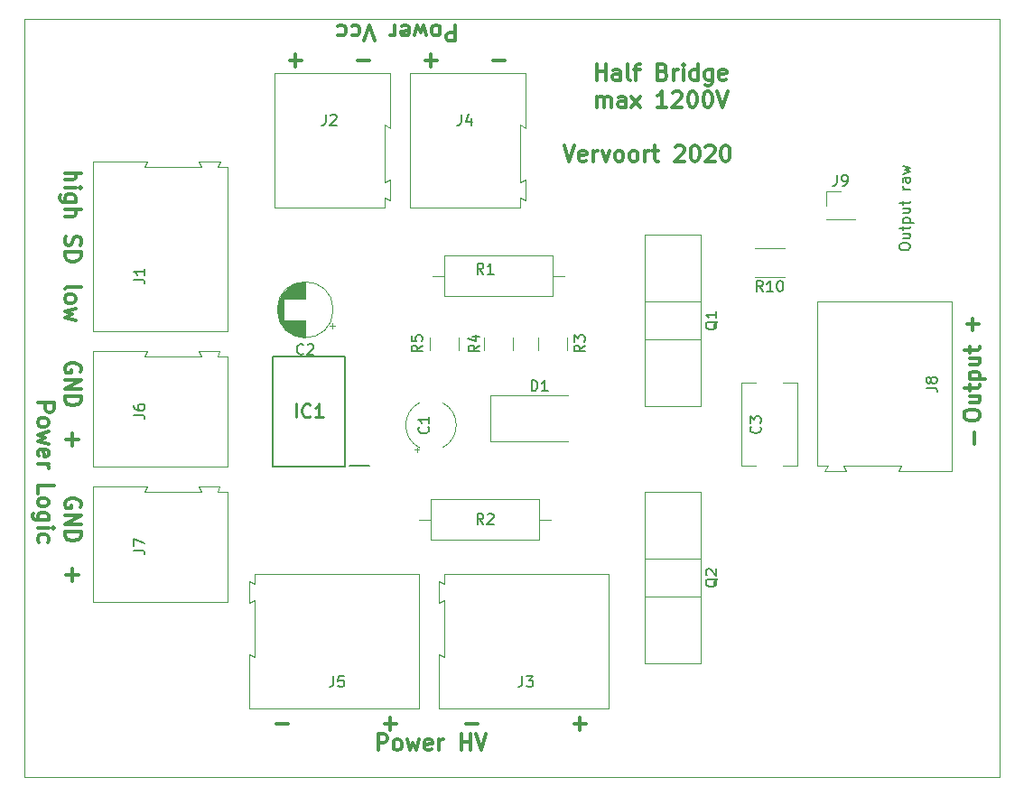
<source format=gbr>
G04 #@! TF.GenerationSoftware,KiCad,Pcbnew,(5.1.5)-3*
G04 #@! TF.CreationDate,2020-04-01T15:23:21+02:00*
G04 #@! TF.ProjectId,hbruecke,68627275-6563-46b6-952e-6b696361645f,rev?*
G04 #@! TF.SameCoordinates,Original*
G04 #@! TF.FileFunction,Legend,Top*
G04 #@! TF.FilePolarity,Positive*
%FSLAX46Y46*%
G04 Gerber Fmt 4.6, Leading zero omitted, Abs format (unit mm)*
G04 Created by KiCad (PCBNEW (5.1.5)-3) date 2020-04-01 15:23:21*
%MOMM*%
%LPD*%
G04 APERTURE LIST*
%ADD10C,0.300000*%
%ADD11C,0.050000*%
%ADD12C,0.150000*%
%ADD13C,0.120000*%
%ADD14C,0.200000*%
%ADD15C,0.254000*%
G04 APERTURE END LIST*
D10*
X117118571Y-83223571D02*
X117118571Y-81723571D01*
X117118571Y-82437857D02*
X117975714Y-82437857D01*
X117975714Y-83223571D02*
X117975714Y-81723571D01*
X119332857Y-83223571D02*
X119332857Y-82437857D01*
X119261428Y-82295000D01*
X119118571Y-82223571D01*
X118832857Y-82223571D01*
X118690000Y-82295000D01*
X119332857Y-83152142D02*
X119190000Y-83223571D01*
X118832857Y-83223571D01*
X118690000Y-83152142D01*
X118618571Y-83009285D01*
X118618571Y-82866428D01*
X118690000Y-82723571D01*
X118832857Y-82652142D01*
X119190000Y-82652142D01*
X119332857Y-82580714D01*
X120261428Y-83223571D02*
X120118571Y-83152142D01*
X120047142Y-83009285D01*
X120047142Y-81723571D01*
X120618571Y-82223571D02*
X121190000Y-82223571D01*
X120832857Y-83223571D02*
X120832857Y-81937857D01*
X120904285Y-81795000D01*
X121047142Y-81723571D01*
X121190000Y-81723571D01*
X123332857Y-82437857D02*
X123547142Y-82509285D01*
X123618571Y-82580714D01*
X123690000Y-82723571D01*
X123690000Y-82937857D01*
X123618571Y-83080714D01*
X123547142Y-83152142D01*
X123404285Y-83223571D01*
X122832857Y-83223571D01*
X122832857Y-81723571D01*
X123332857Y-81723571D01*
X123475714Y-81795000D01*
X123547142Y-81866428D01*
X123618571Y-82009285D01*
X123618571Y-82152142D01*
X123547142Y-82295000D01*
X123475714Y-82366428D01*
X123332857Y-82437857D01*
X122832857Y-82437857D01*
X124332857Y-83223571D02*
X124332857Y-82223571D01*
X124332857Y-82509285D02*
X124404285Y-82366428D01*
X124475714Y-82295000D01*
X124618571Y-82223571D01*
X124761428Y-82223571D01*
X125261428Y-83223571D02*
X125261428Y-82223571D01*
X125261428Y-81723571D02*
X125190000Y-81795000D01*
X125261428Y-81866428D01*
X125332857Y-81795000D01*
X125261428Y-81723571D01*
X125261428Y-81866428D01*
X126618571Y-83223571D02*
X126618571Y-81723571D01*
X126618571Y-83152142D02*
X126475714Y-83223571D01*
X126190000Y-83223571D01*
X126047142Y-83152142D01*
X125975714Y-83080714D01*
X125904285Y-82937857D01*
X125904285Y-82509285D01*
X125975714Y-82366428D01*
X126047142Y-82295000D01*
X126190000Y-82223571D01*
X126475714Y-82223571D01*
X126618571Y-82295000D01*
X127975714Y-82223571D02*
X127975714Y-83437857D01*
X127904285Y-83580714D01*
X127832857Y-83652142D01*
X127690000Y-83723571D01*
X127475714Y-83723571D01*
X127332857Y-83652142D01*
X127975714Y-83152142D02*
X127832857Y-83223571D01*
X127547142Y-83223571D01*
X127404285Y-83152142D01*
X127332857Y-83080714D01*
X127261428Y-82937857D01*
X127261428Y-82509285D01*
X127332857Y-82366428D01*
X127404285Y-82295000D01*
X127547142Y-82223571D01*
X127832857Y-82223571D01*
X127975714Y-82295000D01*
X129261428Y-83152142D02*
X129118571Y-83223571D01*
X128832857Y-83223571D01*
X128690000Y-83152142D01*
X128618571Y-83009285D01*
X128618571Y-82437857D01*
X128690000Y-82295000D01*
X128832857Y-82223571D01*
X129118571Y-82223571D01*
X129261428Y-82295000D01*
X129332857Y-82437857D01*
X129332857Y-82580714D01*
X128618571Y-82723571D01*
X117190000Y-85773571D02*
X117190000Y-84773571D01*
X117190000Y-84916428D02*
X117261428Y-84845000D01*
X117404285Y-84773571D01*
X117618571Y-84773571D01*
X117761428Y-84845000D01*
X117832857Y-84987857D01*
X117832857Y-85773571D01*
X117832857Y-84987857D02*
X117904285Y-84845000D01*
X118047142Y-84773571D01*
X118261428Y-84773571D01*
X118404285Y-84845000D01*
X118475714Y-84987857D01*
X118475714Y-85773571D01*
X119832857Y-85773571D02*
X119832857Y-84987857D01*
X119761428Y-84845000D01*
X119618571Y-84773571D01*
X119332857Y-84773571D01*
X119190000Y-84845000D01*
X119832857Y-85702142D02*
X119690000Y-85773571D01*
X119332857Y-85773571D01*
X119190000Y-85702142D01*
X119118571Y-85559285D01*
X119118571Y-85416428D01*
X119190000Y-85273571D01*
X119332857Y-85202142D01*
X119690000Y-85202142D01*
X119832857Y-85130714D01*
X120404285Y-85773571D02*
X121190000Y-84773571D01*
X120404285Y-84773571D02*
X121190000Y-85773571D01*
X123690000Y-85773571D02*
X122832857Y-85773571D01*
X123261428Y-85773571D02*
X123261428Y-84273571D01*
X123118571Y-84487857D01*
X122975714Y-84630714D01*
X122832857Y-84702142D01*
X124261428Y-84416428D02*
X124332857Y-84345000D01*
X124475714Y-84273571D01*
X124832857Y-84273571D01*
X124975714Y-84345000D01*
X125047142Y-84416428D01*
X125118571Y-84559285D01*
X125118571Y-84702142D01*
X125047142Y-84916428D01*
X124190000Y-85773571D01*
X125118571Y-85773571D01*
X126047142Y-84273571D02*
X126190000Y-84273571D01*
X126332857Y-84345000D01*
X126404285Y-84416428D01*
X126475714Y-84559285D01*
X126547142Y-84845000D01*
X126547142Y-85202142D01*
X126475714Y-85487857D01*
X126404285Y-85630714D01*
X126332857Y-85702142D01*
X126190000Y-85773571D01*
X126047142Y-85773571D01*
X125904285Y-85702142D01*
X125832857Y-85630714D01*
X125761428Y-85487857D01*
X125690000Y-85202142D01*
X125690000Y-84845000D01*
X125761428Y-84559285D01*
X125832857Y-84416428D01*
X125904285Y-84345000D01*
X126047142Y-84273571D01*
X127475714Y-84273571D02*
X127618571Y-84273571D01*
X127761428Y-84345000D01*
X127832857Y-84416428D01*
X127904285Y-84559285D01*
X127975714Y-84845000D01*
X127975714Y-85202142D01*
X127904285Y-85487857D01*
X127832857Y-85630714D01*
X127761428Y-85702142D01*
X127618571Y-85773571D01*
X127475714Y-85773571D01*
X127332857Y-85702142D01*
X127261428Y-85630714D01*
X127190000Y-85487857D01*
X127118571Y-85202142D01*
X127118571Y-84845000D01*
X127190000Y-84559285D01*
X127261428Y-84416428D01*
X127332857Y-84345000D01*
X127475714Y-84273571D01*
X128404285Y-84273571D02*
X128904285Y-85773571D01*
X129404285Y-84273571D01*
D11*
X154940000Y-77470000D02*
X63500000Y-77470000D01*
X154940000Y-148590000D02*
X154940000Y-77470000D01*
X63500000Y-148590000D02*
X154940000Y-148590000D01*
X63500000Y-77470000D02*
X63500000Y-148590000D01*
D10*
X114062857Y-89348571D02*
X114562857Y-90848571D01*
X115062857Y-89348571D01*
X116134285Y-90777142D02*
X115991428Y-90848571D01*
X115705714Y-90848571D01*
X115562857Y-90777142D01*
X115491428Y-90634285D01*
X115491428Y-90062857D01*
X115562857Y-89920000D01*
X115705714Y-89848571D01*
X115991428Y-89848571D01*
X116134285Y-89920000D01*
X116205714Y-90062857D01*
X116205714Y-90205714D01*
X115491428Y-90348571D01*
X116848571Y-90848571D02*
X116848571Y-89848571D01*
X116848571Y-90134285D02*
X116920000Y-89991428D01*
X116991428Y-89920000D01*
X117134285Y-89848571D01*
X117277142Y-89848571D01*
X117634285Y-89848571D02*
X117991428Y-90848571D01*
X118348571Y-89848571D01*
X119134285Y-90848571D02*
X118991428Y-90777142D01*
X118920000Y-90705714D01*
X118848571Y-90562857D01*
X118848571Y-90134285D01*
X118920000Y-89991428D01*
X118991428Y-89920000D01*
X119134285Y-89848571D01*
X119348571Y-89848571D01*
X119491428Y-89920000D01*
X119562857Y-89991428D01*
X119634285Y-90134285D01*
X119634285Y-90562857D01*
X119562857Y-90705714D01*
X119491428Y-90777142D01*
X119348571Y-90848571D01*
X119134285Y-90848571D01*
X120491428Y-90848571D02*
X120348571Y-90777142D01*
X120277142Y-90705714D01*
X120205714Y-90562857D01*
X120205714Y-90134285D01*
X120277142Y-89991428D01*
X120348571Y-89920000D01*
X120491428Y-89848571D01*
X120705714Y-89848571D01*
X120848571Y-89920000D01*
X120920000Y-89991428D01*
X120991428Y-90134285D01*
X120991428Y-90562857D01*
X120920000Y-90705714D01*
X120848571Y-90777142D01*
X120705714Y-90848571D01*
X120491428Y-90848571D01*
X121634285Y-90848571D02*
X121634285Y-89848571D01*
X121634285Y-90134285D02*
X121705714Y-89991428D01*
X121777142Y-89920000D01*
X121920000Y-89848571D01*
X122062857Y-89848571D01*
X122348571Y-89848571D02*
X122920000Y-89848571D01*
X122562857Y-89348571D02*
X122562857Y-90634285D01*
X122634285Y-90777142D01*
X122777142Y-90848571D01*
X122920000Y-90848571D01*
X124491428Y-89491428D02*
X124562857Y-89420000D01*
X124705714Y-89348571D01*
X125062857Y-89348571D01*
X125205714Y-89420000D01*
X125277142Y-89491428D01*
X125348571Y-89634285D01*
X125348571Y-89777142D01*
X125277142Y-89991428D01*
X124420000Y-90848571D01*
X125348571Y-90848571D01*
X126277142Y-89348571D02*
X126420000Y-89348571D01*
X126562857Y-89420000D01*
X126634285Y-89491428D01*
X126705714Y-89634285D01*
X126777142Y-89920000D01*
X126777142Y-90277142D01*
X126705714Y-90562857D01*
X126634285Y-90705714D01*
X126562857Y-90777142D01*
X126420000Y-90848571D01*
X126277142Y-90848571D01*
X126134285Y-90777142D01*
X126062857Y-90705714D01*
X125991428Y-90562857D01*
X125920000Y-90277142D01*
X125920000Y-89920000D01*
X125991428Y-89634285D01*
X126062857Y-89491428D01*
X126134285Y-89420000D01*
X126277142Y-89348571D01*
X127348571Y-89491428D02*
X127420000Y-89420000D01*
X127562857Y-89348571D01*
X127920000Y-89348571D01*
X128062857Y-89420000D01*
X128134285Y-89491428D01*
X128205714Y-89634285D01*
X128205714Y-89777142D01*
X128134285Y-89991428D01*
X127277142Y-90848571D01*
X128205714Y-90848571D01*
X129134285Y-89348571D02*
X129277142Y-89348571D01*
X129420000Y-89420000D01*
X129491428Y-89491428D01*
X129562857Y-89634285D01*
X129634285Y-89920000D01*
X129634285Y-90277142D01*
X129562857Y-90562857D01*
X129491428Y-90705714D01*
X129420000Y-90777142D01*
X129277142Y-90848571D01*
X129134285Y-90848571D01*
X128991428Y-90777142D01*
X128920000Y-90705714D01*
X128848571Y-90562857D01*
X128777142Y-90277142D01*
X128777142Y-89920000D01*
X128848571Y-89634285D01*
X128920000Y-89491428D01*
X128991428Y-89420000D01*
X129134285Y-89348571D01*
X94678571Y-81387142D02*
X95821428Y-81387142D01*
X107378571Y-81387142D02*
X108521428Y-81387142D01*
X101028571Y-81387142D02*
X102171428Y-81387142D01*
X101600000Y-81958571D02*
X101600000Y-80815714D01*
X88328571Y-81387142D02*
X89471428Y-81387142D01*
X88900000Y-81958571D02*
X88900000Y-80815714D01*
X103889285Y-78061428D02*
X103889285Y-79561428D01*
X103317857Y-79561428D01*
X103175000Y-79490000D01*
X103103571Y-79418571D01*
X103032142Y-79275714D01*
X103032142Y-79061428D01*
X103103571Y-78918571D01*
X103175000Y-78847142D01*
X103317857Y-78775714D01*
X103889285Y-78775714D01*
X102175000Y-78061428D02*
X102317857Y-78132857D01*
X102389285Y-78204285D01*
X102460714Y-78347142D01*
X102460714Y-78775714D01*
X102389285Y-78918571D01*
X102317857Y-78990000D01*
X102175000Y-79061428D01*
X101960714Y-79061428D01*
X101817857Y-78990000D01*
X101746428Y-78918571D01*
X101675000Y-78775714D01*
X101675000Y-78347142D01*
X101746428Y-78204285D01*
X101817857Y-78132857D01*
X101960714Y-78061428D01*
X102175000Y-78061428D01*
X101175000Y-79061428D02*
X100889285Y-78061428D01*
X100603571Y-78775714D01*
X100317857Y-78061428D01*
X100032142Y-79061428D01*
X98889285Y-78132857D02*
X99032142Y-78061428D01*
X99317857Y-78061428D01*
X99460714Y-78132857D01*
X99532142Y-78275714D01*
X99532142Y-78847142D01*
X99460714Y-78990000D01*
X99317857Y-79061428D01*
X99032142Y-79061428D01*
X98889285Y-78990000D01*
X98817857Y-78847142D01*
X98817857Y-78704285D01*
X99532142Y-78561428D01*
X98175000Y-78061428D02*
X98175000Y-79061428D01*
X98175000Y-78775714D02*
X98103571Y-78918571D01*
X98032142Y-78990000D01*
X97889285Y-79061428D01*
X97746428Y-79061428D01*
X96317857Y-79561428D02*
X95817857Y-78061428D01*
X95317857Y-79561428D01*
X94175000Y-78132857D02*
X94317857Y-78061428D01*
X94603571Y-78061428D01*
X94746428Y-78132857D01*
X94817857Y-78204285D01*
X94889285Y-78347142D01*
X94889285Y-78775714D01*
X94817857Y-78918571D01*
X94746428Y-78990000D01*
X94603571Y-79061428D01*
X94317857Y-79061428D01*
X94175000Y-78990000D01*
X92889285Y-78132857D02*
X93032142Y-78061428D01*
X93317857Y-78061428D01*
X93460714Y-78132857D01*
X93532142Y-78204285D01*
X93603571Y-78347142D01*
X93603571Y-78775714D01*
X93532142Y-78918571D01*
X93460714Y-78990000D01*
X93317857Y-79061428D01*
X93032142Y-79061428D01*
X92889285Y-78990000D01*
D12*
X145502380Y-98940476D02*
X145502380Y-98750000D01*
X145550000Y-98654761D01*
X145645238Y-98559523D01*
X145835714Y-98511904D01*
X146169047Y-98511904D01*
X146359523Y-98559523D01*
X146454761Y-98654761D01*
X146502380Y-98750000D01*
X146502380Y-98940476D01*
X146454761Y-99035714D01*
X146359523Y-99130952D01*
X146169047Y-99178571D01*
X145835714Y-99178571D01*
X145645238Y-99130952D01*
X145550000Y-99035714D01*
X145502380Y-98940476D01*
X145835714Y-97654761D02*
X146502380Y-97654761D01*
X145835714Y-98083333D02*
X146359523Y-98083333D01*
X146454761Y-98035714D01*
X146502380Y-97940476D01*
X146502380Y-97797619D01*
X146454761Y-97702380D01*
X146407142Y-97654761D01*
X145835714Y-97321428D02*
X145835714Y-96940476D01*
X145502380Y-97178571D02*
X146359523Y-97178571D01*
X146454761Y-97130952D01*
X146502380Y-97035714D01*
X146502380Y-96940476D01*
X145835714Y-96607142D02*
X146835714Y-96607142D01*
X145883333Y-96607142D02*
X145835714Y-96511904D01*
X145835714Y-96321428D01*
X145883333Y-96226190D01*
X145930952Y-96178571D01*
X146026190Y-96130952D01*
X146311904Y-96130952D01*
X146407142Y-96178571D01*
X146454761Y-96226190D01*
X146502380Y-96321428D01*
X146502380Y-96511904D01*
X146454761Y-96607142D01*
X145835714Y-95273809D02*
X146502380Y-95273809D01*
X145835714Y-95702380D02*
X146359523Y-95702380D01*
X146454761Y-95654761D01*
X146502380Y-95559523D01*
X146502380Y-95416666D01*
X146454761Y-95321428D01*
X146407142Y-95273809D01*
X145835714Y-94940476D02*
X145835714Y-94559523D01*
X145502380Y-94797619D02*
X146359523Y-94797619D01*
X146454761Y-94750000D01*
X146502380Y-94654761D01*
X146502380Y-94559523D01*
X146502380Y-93464285D02*
X145835714Y-93464285D01*
X146026190Y-93464285D02*
X145930952Y-93416666D01*
X145883333Y-93369047D01*
X145835714Y-93273809D01*
X145835714Y-93178571D01*
X146502380Y-92416666D02*
X145978571Y-92416666D01*
X145883333Y-92464285D01*
X145835714Y-92559523D01*
X145835714Y-92750000D01*
X145883333Y-92845238D01*
X146454761Y-92416666D02*
X146502380Y-92511904D01*
X146502380Y-92750000D01*
X146454761Y-92845238D01*
X146359523Y-92892857D01*
X146264285Y-92892857D01*
X146169047Y-92845238D01*
X146121428Y-92750000D01*
X146121428Y-92511904D01*
X146073809Y-92416666D01*
X145835714Y-92035714D02*
X146502380Y-91845238D01*
X146026190Y-91654761D01*
X146502380Y-91464285D01*
X145835714Y-91273809D01*
D10*
X152507142Y-117411428D02*
X152507142Y-116268571D01*
X151828571Y-106152142D02*
X152971428Y-106152142D01*
X152400000Y-106723571D02*
X152400000Y-105580714D01*
X151578571Y-114795714D02*
X151578571Y-114510000D01*
X151650000Y-114367142D01*
X151792857Y-114224285D01*
X152078571Y-114152857D01*
X152578571Y-114152857D01*
X152864285Y-114224285D01*
X153007142Y-114367142D01*
X153078571Y-114510000D01*
X153078571Y-114795714D01*
X153007142Y-114938571D01*
X152864285Y-115081428D01*
X152578571Y-115152857D01*
X152078571Y-115152857D01*
X151792857Y-115081428D01*
X151650000Y-114938571D01*
X151578571Y-114795714D01*
X152078571Y-112867142D02*
X153078571Y-112867142D01*
X152078571Y-113510000D02*
X152864285Y-113510000D01*
X153007142Y-113438571D01*
X153078571Y-113295714D01*
X153078571Y-113081428D01*
X153007142Y-112938571D01*
X152935714Y-112867142D01*
X152078571Y-112367142D02*
X152078571Y-111795714D01*
X151578571Y-112152857D02*
X152864285Y-112152857D01*
X153007142Y-112081428D01*
X153078571Y-111938571D01*
X153078571Y-111795714D01*
X152078571Y-111295714D02*
X153578571Y-111295714D01*
X152150000Y-111295714D02*
X152078571Y-111152857D01*
X152078571Y-110867142D01*
X152150000Y-110724285D01*
X152221428Y-110652857D01*
X152364285Y-110581428D01*
X152792857Y-110581428D01*
X152935714Y-110652857D01*
X153007142Y-110724285D01*
X153078571Y-110867142D01*
X153078571Y-111152857D01*
X153007142Y-111295714D01*
X152078571Y-109295714D02*
X153078571Y-109295714D01*
X152078571Y-109938571D02*
X152864285Y-109938571D01*
X153007142Y-109867142D01*
X153078571Y-109724285D01*
X153078571Y-109510000D01*
X153007142Y-109367142D01*
X152935714Y-109295714D01*
X152078571Y-108795714D02*
X152078571Y-108224285D01*
X151578571Y-108581428D02*
X152864285Y-108581428D01*
X153007142Y-108510000D01*
X153078571Y-108367142D01*
X153078571Y-108224285D01*
X104838571Y-143617142D02*
X105981428Y-143617142D01*
X87058571Y-143617142D02*
X88201428Y-143617142D01*
X114998571Y-143617142D02*
X116141428Y-143617142D01*
X115570000Y-144188571D02*
X115570000Y-143045714D01*
X97218571Y-143617142D02*
X98361428Y-143617142D01*
X97790000Y-144188571D02*
X97790000Y-143045714D01*
X96635714Y-146093571D02*
X96635714Y-144593571D01*
X97207142Y-144593571D01*
X97350000Y-144665000D01*
X97421428Y-144736428D01*
X97492857Y-144879285D01*
X97492857Y-145093571D01*
X97421428Y-145236428D01*
X97350000Y-145307857D01*
X97207142Y-145379285D01*
X96635714Y-145379285D01*
X98350000Y-146093571D02*
X98207142Y-146022142D01*
X98135714Y-145950714D01*
X98064285Y-145807857D01*
X98064285Y-145379285D01*
X98135714Y-145236428D01*
X98207142Y-145165000D01*
X98350000Y-145093571D01*
X98564285Y-145093571D01*
X98707142Y-145165000D01*
X98778571Y-145236428D01*
X98850000Y-145379285D01*
X98850000Y-145807857D01*
X98778571Y-145950714D01*
X98707142Y-146022142D01*
X98564285Y-146093571D01*
X98350000Y-146093571D01*
X99350000Y-145093571D02*
X99635714Y-146093571D01*
X99921428Y-145379285D01*
X100207142Y-146093571D01*
X100492857Y-145093571D01*
X101635714Y-146022142D02*
X101492857Y-146093571D01*
X101207142Y-146093571D01*
X101064285Y-146022142D01*
X100992857Y-145879285D01*
X100992857Y-145307857D01*
X101064285Y-145165000D01*
X101207142Y-145093571D01*
X101492857Y-145093571D01*
X101635714Y-145165000D01*
X101707142Y-145307857D01*
X101707142Y-145450714D01*
X100992857Y-145593571D01*
X102350000Y-146093571D02*
X102350000Y-145093571D01*
X102350000Y-145379285D02*
X102421428Y-145236428D01*
X102492857Y-145165000D01*
X102635714Y-145093571D01*
X102778571Y-145093571D01*
X104421428Y-146093571D02*
X104421428Y-144593571D01*
X104421428Y-145307857D02*
X105278571Y-145307857D01*
X105278571Y-146093571D02*
X105278571Y-144593571D01*
X105778571Y-144593571D02*
X106278571Y-146093571D01*
X106778571Y-144593571D01*
X67373571Y-129647142D02*
X68516428Y-129647142D01*
X67945000Y-130218571D02*
X67945000Y-129075714D01*
X68695000Y-123317142D02*
X68766428Y-123174285D01*
X68766428Y-122960000D01*
X68695000Y-122745714D01*
X68552142Y-122602857D01*
X68409285Y-122531428D01*
X68123571Y-122460000D01*
X67909285Y-122460000D01*
X67623571Y-122531428D01*
X67480714Y-122602857D01*
X67337857Y-122745714D01*
X67266428Y-122960000D01*
X67266428Y-123102857D01*
X67337857Y-123317142D01*
X67409285Y-123388571D01*
X67909285Y-123388571D01*
X67909285Y-123102857D01*
X67266428Y-124031428D02*
X68766428Y-124031428D01*
X67266428Y-124888571D01*
X68766428Y-124888571D01*
X67266428Y-125602857D02*
X68766428Y-125602857D01*
X68766428Y-125960000D01*
X68695000Y-126174285D01*
X68552142Y-126317142D01*
X68409285Y-126388571D01*
X68123571Y-126460000D01*
X67909285Y-126460000D01*
X67623571Y-126388571D01*
X67480714Y-126317142D01*
X67337857Y-126174285D01*
X67266428Y-125960000D01*
X67266428Y-125602857D01*
X64726428Y-113515000D02*
X66226428Y-113515000D01*
X66226428Y-114086428D01*
X66155000Y-114229285D01*
X66083571Y-114300714D01*
X65940714Y-114372142D01*
X65726428Y-114372142D01*
X65583571Y-114300714D01*
X65512142Y-114229285D01*
X65440714Y-114086428D01*
X65440714Y-113515000D01*
X64726428Y-115229285D02*
X64797857Y-115086428D01*
X64869285Y-115015000D01*
X65012142Y-114943571D01*
X65440714Y-114943571D01*
X65583571Y-115015000D01*
X65655000Y-115086428D01*
X65726428Y-115229285D01*
X65726428Y-115443571D01*
X65655000Y-115586428D01*
X65583571Y-115657857D01*
X65440714Y-115729285D01*
X65012142Y-115729285D01*
X64869285Y-115657857D01*
X64797857Y-115586428D01*
X64726428Y-115443571D01*
X64726428Y-115229285D01*
X65726428Y-116229285D02*
X64726428Y-116515000D01*
X65440714Y-116800714D01*
X64726428Y-117086428D01*
X65726428Y-117372142D01*
X64797857Y-118515000D02*
X64726428Y-118372142D01*
X64726428Y-118086428D01*
X64797857Y-117943571D01*
X64940714Y-117872142D01*
X65512142Y-117872142D01*
X65655000Y-117943571D01*
X65726428Y-118086428D01*
X65726428Y-118372142D01*
X65655000Y-118515000D01*
X65512142Y-118586428D01*
X65369285Y-118586428D01*
X65226428Y-117872142D01*
X64726428Y-119229285D02*
X65726428Y-119229285D01*
X65440714Y-119229285D02*
X65583571Y-119300714D01*
X65655000Y-119372142D01*
X65726428Y-119515000D01*
X65726428Y-119657857D01*
X64726428Y-122015000D02*
X64726428Y-121300714D01*
X66226428Y-121300714D01*
X64726428Y-122729285D02*
X64797857Y-122586428D01*
X64869285Y-122515000D01*
X65012142Y-122443571D01*
X65440714Y-122443571D01*
X65583571Y-122515000D01*
X65655000Y-122586428D01*
X65726428Y-122729285D01*
X65726428Y-122943571D01*
X65655000Y-123086428D01*
X65583571Y-123157857D01*
X65440714Y-123229285D01*
X65012142Y-123229285D01*
X64869285Y-123157857D01*
X64797857Y-123086428D01*
X64726428Y-122943571D01*
X64726428Y-122729285D01*
X65726428Y-124515000D02*
X64512142Y-124515000D01*
X64369285Y-124443571D01*
X64297857Y-124372142D01*
X64226428Y-124229285D01*
X64226428Y-124015000D01*
X64297857Y-123872142D01*
X64797857Y-124515000D02*
X64726428Y-124372142D01*
X64726428Y-124086428D01*
X64797857Y-123943571D01*
X64869285Y-123872142D01*
X65012142Y-123800714D01*
X65440714Y-123800714D01*
X65583571Y-123872142D01*
X65655000Y-123943571D01*
X65726428Y-124086428D01*
X65726428Y-124372142D01*
X65655000Y-124515000D01*
X64726428Y-125229285D02*
X65726428Y-125229285D01*
X66226428Y-125229285D02*
X66155000Y-125157857D01*
X66083571Y-125229285D01*
X66155000Y-125300714D01*
X66226428Y-125229285D01*
X66083571Y-125229285D01*
X64797857Y-126586428D02*
X64726428Y-126443571D01*
X64726428Y-126157857D01*
X64797857Y-126015000D01*
X64869285Y-125943571D01*
X65012142Y-125872142D01*
X65440714Y-125872142D01*
X65583571Y-125943571D01*
X65655000Y-126015000D01*
X65726428Y-126157857D01*
X65726428Y-126443571D01*
X65655000Y-126586428D01*
X67373571Y-116947142D02*
X68516428Y-116947142D01*
X67945000Y-117518571D02*
X67945000Y-116375714D01*
X68695000Y-110617142D02*
X68766428Y-110474285D01*
X68766428Y-110260000D01*
X68695000Y-110045714D01*
X68552142Y-109902857D01*
X68409285Y-109831428D01*
X68123571Y-109760000D01*
X67909285Y-109760000D01*
X67623571Y-109831428D01*
X67480714Y-109902857D01*
X67337857Y-110045714D01*
X67266428Y-110260000D01*
X67266428Y-110402857D01*
X67337857Y-110617142D01*
X67409285Y-110688571D01*
X67909285Y-110688571D01*
X67909285Y-110402857D01*
X67266428Y-111331428D02*
X68766428Y-111331428D01*
X67266428Y-112188571D01*
X68766428Y-112188571D01*
X67266428Y-112902857D02*
X68766428Y-112902857D01*
X68766428Y-113260000D01*
X68695000Y-113474285D01*
X68552142Y-113617142D01*
X68409285Y-113688571D01*
X68123571Y-113760000D01*
X67909285Y-113760000D01*
X67623571Y-113688571D01*
X67480714Y-113617142D01*
X67337857Y-113474285D01*
X67266428Y-113260000D01*
X67266428Y-112902857D01*
X67266428Y-102854285D02*
X67337857Y-102711428D01*
X67480714Y-102640000D01*
X68766428Y-102640000D01*
X67266428Y-103640000D02*
X67337857Y-103497142D01*
X67409285Y-103425714D01*
X67552142Y-103354285D01*
X67980714Y-103354285D01*
X68123571Y-103425714D01*
X68195000Y-103497142D01*
X68266428Y-103640000D01*
X68266428Y-103854285D01*
X68195000Y-103997142D01*
X68123571Y-104068571D01*
X67980714Y-104140000D01*
X67552142Y-104140000D01*
X67409285Y-104068571D01*
X67337857Y-103997142D01*
X67266428Y-103854285D01*
X67266428Y-103640000D01*
X68266428Y-104640000D02*
X67266428Y-104925714D01*
X67980714Y-105211428D01*
X67266428Y-105497142D01*
X68266428Y-105782857D01*
X67337857Y-97881428D02*
X67266428Y-98095714D01*
X67266428Y-98452857D01*
X67337857Y-98595714D01*
X67409285Y-98667142D01*
X67552142Y-98738571D01*
X67695000Y-98738571D01*
X67837857Y-98667142D01*
X67909285Y-98595714D01*
X67980714Y-98452857D01*
X68052142Y-98167142D01*
X68123571Y-98024285D01*
X68195000Y-97952857D01*
X68337857Y-97881428D01*
X68480714Y-97881428D01*
X68623571Y-97952857D01*
X68695000Y-98024285D01*
X68766428Y-98167142D01*
X68766428Y-98524285D01*
X68695000Y-98738571D01*
X67266428Y-99381428D02*
X68766428Y-99381428D01*
X68766428Y-99738571D01*
X68695000Y-99952857D01*
X68552142Y-100095714D01*
X68409285Y-100167142D01*
X68123571Y-100238571D01*
X67909285Y-100238571D01*
X67623571Y-100167142D01*
X67480714Y-100095714D01*
X67337857Y-99952857D01*
X67266428Y-99738571D01*
X67266428Y-99381428D01*
X67266428Y-91944285D02*
X68766428Y-91944285D01*
X67266428Y-92587142D02*
X68052142Y-92587142D01*
X68195000Y-92515714D01*
X68266428Y-92372857D01*
X68266428Y-92158571D01*
X68195000Y-92015714D01*
X68123571Y-91944285D01*
X67266428Y-93301428D02*
X68266428Y-93301428D01*
X68766428Y-93301428D02*
X68695000Y-93230000D01*
X68623571Y-93301428D01*
X68695000Y-93372857D01*
X68766428Y-93301428D01*
X68623571Y-93301428D01*
X68266428Y-94658571D02*
X67052142Y-94658571D01*
X66909285Y-94587142D01*
X66837857Y-94515714D01*
X66766428Y-94372857D01*
X66766428Y-94158571D01*
X66837857Y-94015714D01*
X67337857Y-94658571D02*
X67266428Y-94515714D01*
X67266428Y-94230000D01*
X67337857Y-94087142D01*
X67409285Y-94015714D01*
X67552142Y-93944285D01*
X67980714Y-93944285D01*
X68123571Y-94015714D01*
X68195000Y-94087142D01*
X68266428Y-94230000D01*
X68266428Y-94515714D01*
X68195000Y-94658571D01*
X67266428Y-95372857D02*
X68766428Y-95372857D01*
X67266428Y-96015714D02*
X68052142Y-96015714D01*
X68195000Y-95944285D01*
X68266428Y-95801428D01*
X68266428Y-95587142D01*
X68195000Y-95444285D01*
X68123571Y-95372857D01*
D13*
X92359775Y-106500000D02*
X92359775Y-106000000D01*
X92609775Y-106250000D02*
X92109775Y-106250000D01*
X87204000Y-105059000D02*
X87204000Y-104491000D01*
X87244000Y-105293000D02*
X87244000Y-104257000D01*
X87284000Y-105452000D02*
X87284000Y-104098000D01*
X87324000Y-105580000D02*
X87324000Y-103970000D01*
X87364000Y-105690000D02*
X87364000Y-103860000D01*
X87404000Y-105786000D02*
X87404000Y-103764000D01*
X87444000Y-105873000D02*
X87444000Y-103677000D01*
X87484000Y-105953000D02*
X87484000Y-103597000D01*
X87524000Y-106026000D02*
X87524000Y-103524000D01*
X87564000Y-106094000D02*
X87564000Y-103456000D01*
X87604000Y-106158000D02*
X87604000Y-103392000D01*
X87644000Y-106218000D02*
X87644000Y-103332000D01*
X87684000Y-106275000D02*
X87684000Y-103275000D01*
X87724000Y-106329000D02*
X87724000Y-103221000D01*
X87764000Y-106380000D02*
X87764000Y-103170000D01*
X87804000Y-103735000D02*
X87804000Y-103122000D01*
X87804000Y-106428000D02*
X87804000Y-105815000D01*
X87844000Y-103735000D02*
X87844000Y-103076000D01*
X87844000Y-106474000D02*
X87844000Y-105815000D01*
X87884000Y-103735000D02*
X87884000Y-103032000D01*
X87884000Y-106518000D02*
X87884000Y-105815000D01*
X87924000Y-103735000D02*
X87924000Y-102990000D01*
X87924000Y-106560000D02*
X87924000Y-105815000D01*
X87964000Y-103735000D02*
X87964000Y-102949000D01*
X87964000Y-106601000D02*
X87964000Y-105815000D01*
X88004000Y-103735000D02*
X88004000Y-102911000D01*
X88004000Y-106639000D02*
X88004000Y-105815000D01*
X88044000Y-103735000D02*
X88044000Y-102874000D01*
X88044000Y-106676000D02*
X88044000Y-105815000D01*
X88084000Y-103735000D02*
X88084000Y-102838000D01*
X88084000Y-106712000D02*
X88084000Y-105815000D01*
X88124000Y-103735000D02*
X88124000Y-102804000D01*
X88124000Y-106746000D02*
X88124000Y-105815000D01*
X88164000Y-103735000D02*
X88164000Y-102771000D01*
X88164000Y-106779000D02*
X88164000Y-105815000D01*
X88204000Y-103735000D02*
X88204000Y-102740000D01*
X88204000Y-106810000D02*
X88204000Y-105815000D01*
X88244000Y-103735000D02*
X88244000Y-102710000D01*
X88244000Y-106840000D02*
X88244000Y-105815000D01*
X88284000Y-103735000D02*
X88284000Y-102680000D01*
X88284000Y-106870000D02*
X88284000Y-105815000D01*
X88324000Y-103735000D02*
X88324000Y-102653000D01*
X88324000Y-106897000D02*
X88324000Y-105815000D01*
X88364000Y-103735000D02*
X88364000Y-102626000D01*
X88364000Y-106924000D02*
X88364000Y-105815000D01*
X88404000Y-103735000D02*
X88404000Y-102600000D01*
X88404000Y-106950000D02*
X88404000Y-105815000D01*
X88444000Y-103735000D02*
X88444000Y-102575000D01*
X88444000Y-106975000D02*
X88444000Y-105815000D01*
X88484000Y-103735000D02*
X88484000Y-102551000D01*
X88484000Y-106999000D02*
X88484000Y-105815000D01*
X88524000Y-103735000D02*
X88524000Y-102528000D01*
X88524000Y-107022000D02*
X88524000Y-105815000D01*
X88564000Y-103735000D02*
X88564000Y-102507000D01*
X88564000Y-107043000D02*
X88564000Y-105815000D01*
X88604000Y-103735000D02*
X88604000Y-102485000D01*
X88604000Y-107065000D02*
X88604000Y-105815000D01*
X88644000Y-103735000D02*
X88644000Y-102465000D01*
X88644000Y-107085000D02*
X88644000Y-105815000D01*
X88684000Y-103735000D02*
X88684000Y-102446000D01*
X88684000Y-107104000D02*
X88684000Y-105815000D01*
X88724000Y-103735000D02*
X88724000Y-102427000D01*
X88724000Y-107123000D02*
X88724000Y-105815000D01*
X88764000Y-103735000D02*
X88764000Y-102410000D01*
X88764000Y-107140000D02*
X88764000Y-105815000D01*
X88804000Y-103735000D02*
X88804000Y-102393000D01*
X88804000Y-107157000D02*
X88804000Y-105815000D01*
X88844000Y-103735000D02*
X88844000Y-102377000D01*
X88844000Y-107173000D02*
X88844000Y-105815000D01*
X88884000Y-103735000D02*
X88884000Y-102361000D01*
X88884000Y-107189000D02*
X88884000Y-105815000D01*
X88924000Y-103735000D02*
X88924000Y-102347000D01*
X88924000Y-107203000D02*
X88924000Y-105815000D01*
X88964000Y-103735000D02*
X88964000Y-102333000D01*
X88964000Y-107217000D02*
X88964000Y-105815000D01*
X89004000Y-103735000D02*
X89004000Y-102320000D01*
X89004000Y-107230000D02*
X89004000Y-105815000D01*
X89044000Y-103735000D02*
X89044000Y-102307000D01*
X89044000Y-107243000D02*
X89044000Y-105815000D01*
X89084000Y-103735000D02*
X89084000Y-102295000D01*
X89084000Y-107255000D02*
X89084000Y-105815000D01*
X89125000Y-103735000D02*
X89125000Y-102284000D01*
X89125000Y-107266000D02*
X89125000Y-105815000D01*
X89165000Y-103735000D02*
X89165000Y-102274000D01*
X89165000Y-107276000D02*
X89165000Y-105815000D01*
X89205000Y-103735000D02*
X89205000Y-102264000D01*
X89205000Y-107286000D02*
X89205000Y-105815000D01*
X89245000Y-103735000D02*
X89245000Y-102255000D01*
X89245000Y-107295000D02*
X89245000Y-105815000D01*
X89285000Y-103735000D02*
X89285000Y-102247000D01*
X89285000Y-107303000D02*
X89285000Y-105815000D01*
X89325000Y-103735000D02*
X89325000Y-102239000D01*
X89325000Y-107311000D02*
X89325000Y-105815000D01*
X89365000Y-103735000D02*
X89365000Y-102232000D01*
X89365000Y-107318000D02*
X89365000Y-105815000D01*
X89405000Y-103735000D02*
X89405000Y-102225000D01*
X89405000Y-107325000D02*
X89405000Y-105815000D01*
X89445000Y-103735000D02*
X89445000Y-102219000D01*
X89445000Y-107331000D02*
X89445000Y-105815000D01*
X89485000Y-103735000D02*
X89485000Y-102214000D01*
X89485000Y-107336000D02*
X89485000Y-105815000D01*
X89525000Y-103735000D02*
X89525000Y-102210000D01*
X89525000Y-107340000D02*
X89525000Y-105815000D01*
X89565000Y-103735000D02*
X89565000Y-102206000D01*
X89565000Y-107344000D02*
X89565000Y-105815000D01*
X89605000Y-103735000D02*
X89605000Y-102202000D01*
X89605000Y-107348000D02*
X89605000Y-105815000D01*
X89645000Y-103735000D02*
X89645000Y-102199000D01*
X89645000Y-107351000D02*
X89645000Y-105815000D01*
X89685000Y-103735000D02*
X89685000Y-102197000D01*
X89685000Y-107353000D02*
X89685000Y-105815000D01*
X89725000Y-103735000D02*
X89725000Y-102196000D01*
X89725000Y-107354000D02*
X89725000Y-105815000D01*
X89765000Y-107355000D02*
X89765000Y-105815000D01*
X89765000Y-103735000D02*
X89765000Y-102195000D01*
X89805000Y-107355000D02*
X89805000Y-105815000D01*
X89805000Y-103735000D02*
X89805000Y-102195000D01*
X92425000Y-104775000D02*
G75*
G03X92425000Y-104775000I-2620000J0D01*
G01*
X126911000Y-131715000D02*
X121640000Y-131715000D01*
X126911000Y-128106000D02*
X121640000Y-128106000D01*
X126911000Y-137980000D02*
X121640000Y-137980000D01*
X126911000Y-121840000D02*
X121640000Y-121840000D01*
X121640000Y-121840000D02*
X121640000Y-137980000D01*
X126911000Y-121840000D02*
X126911000Y-137980000D01*
X126911000Y-107585000D02*
X121640000Y-107585000D01*
X126911000Y-103976000D02*
X121640000Y-103976000D01*
X126911000Y-113850000D02*
X121640000Y-113850000D01*
X126911000Y-97710000D02*
X121640000Y-97710000D01*
X121640000Y-97710000D02*
X121640000Y-113850000D01*
X126911000Y-97710000D02*
X126911000Y-113850000D01*
D14*
X95795000Y-119445000D02*
X93920000Y-119445000D01*
X93570000Y-109150000D02*
X93570000Y-119450000D01*
X86770000Y-109150000D02*
X93570000Y-109150000D01*
X86770000Y-119450000D02*
X86770000Y-109150000D01*
X93570000Y-119450000D02*
X86770000Y-119450000D01*
D13*
X138670000Y-93670000D02*
X140000000Y-93670000D01*
X138670000Y-95000000D02*
X138670000Y-93670000D01*
X138670000Y-96270000D02*
X141330000Y-96270000D01*
X141330000Y-96270000D02*
X141330000Y-96330000D01*
X138670000Y-96270000D02*
X138670000Y-96330000D01*
X138670000Y-96330000D02*
X141330000Y-96330000D01*
X150445000Y-119930000D02*
X150445000Y-104030000D01*
X145395000Y-119930000D02*
X150445000Y-119930000D01*
X145645000Y-119430000D02*
X145395000Y-119930000D01*
X140245000Y-119430000D02*
X145645000Y-119430000D01*
X140495000Y-119930000D02*
X140245000Y-119430000D01*
X138495000Y-119930000D02*
X140495000Y-119930000D01*
X138795000Y-119430000D02*
X138495000Y-119930000D01*
X137845000Y-119430000D02*
X138795000Y-119430000D01*
X137845000Y-104030000D02*
X137845000Y-119430000D01*
X150445000Y-104030000D02*
X137845000Y-104030000D01*
X69900000Y-121340000D02*
X69900000Y-132190000D01*
X75000000Y-121340000D02*
X69900000Y-121340000D01*
X74700000Y-121840000D02*
X75000000Y-121340000D01*
X80100000Y-121840000D02*
X74700000Y-121840000D01*
X79850000Y-121340000D02*
X80100000Y-121840000D01*
X79900000Y-121340000D02*
X79850000Y-121340000D01*
X81800000Y-121340000D02*
X79900000Y-121340000D01*
X81550000Y-121840000D02*
X81800000Y-121340000D01*
X82500000Y-121840000D02*
X81550000Y-121840000D01*
X82500000Y-132190000D02*
X82500000Y-121840000D01*
X69900000Y-132190000D02*
X82500000Y-132190000D01*
X69900000Y-108640000D02*
X69900000Y-119490000D01*
X75000000Y-108640000D02*
X69900000Y-108640000D01*
X74700000Y-109140000D02*
X75000000Y-108640000D01*
X80100000Y-109140000D02*
X74700000Y-109140000D01*
X79850000Y-108640000D02*
X80100000Y-109140000D01*
X79900000Y-108640000D02*
X79850000Y-108640000D01*
X81800000Y-108640000D02*
X79900000Y-108640000D01*
X81550000Y-109140000D02*
X81800000Y-108640000D01*
X82500000Y-109140000D02*
X81550000Y-109140000D01*
X82500000Y-119490000D02*
X82500000Y-109140000D01*
X69900000Y-119490000D02*
X82500000Y-119490000D01*
X84540000Y-142190000D02*
X100440000Y-142190000D01*
X84540000Y-137140000D02*
X84540000Y-142190000D01*
X85040000Y-137390000D02*
X84540000Y-137140000D01*
X85040000Y-131990000D02*
X85040000Y-137390000D01*
X84540000Y-132240000D02*
X85040000Y-131990000D01*
X84540000Y-130240000D02*
X84540000Y-132240000D01*
X85040000Y-130540000D02*
X84540000Y-130240000D01*
X85040000Y-129590000D02*
X85040000Y-130540000D01*
X100440000Y-129590000D02*
X85040000Y-129590000D01*
X100440000Y-142190000D02*
X100440000Y-129590000D01*
X110435000Y-82600000D02*
X99585000Y-82600000D01*
X110435000Y-87700000D02*
X110435000Y-82600000D01*
X109935000Y-87400000D02*
X110435000Y-87700000D01*
X109935000Y-92800000D02*
X109935000Y-87400000D01*
X110435000Y-92550000D02*
X109935000Y-92800000D01*
X110435000Y-92600000D02*
X110435000Y-92550000D01*
X110435000Y-94500000D02*
X110435000Y-92600000D01*
X109935000Y-94250000D02*
X110435000Y-94500000D01*
X109935000Y-95200000D02*
X109935000Y-94250000D01*
X99585000Y-95200000D02*
X109935000Y-95200000D01*
X99585000Y-82600000D02*
X99585000Y-95200000D01*
X102320000Y-142190000D02*
X118220000Y-142190000D01*
X102320000Y-137140000D02*
X102320000Y-142190000D01*
X102820000Y-137390000D02*
X102320000Y-137140000D01*
X102820000Y-131990000D02*
X102820000Y-137390000D01*
X102320000Y-132240000D02*
X102820000Y-131990000D01*
X102320000Y-130240000D02*
X102320000Y-132240000D01*
X102820000Y-130540000D02*
X102320000Y-130240000D01*
X102820000Y-129590000D02*
X102820000Y-130540000D01*
X118220000Y-129590000D02*
X102820000Y-129590000D01*
X118220000Y-142190000D02*
X118220000Y-129590000D01*
X97735000Y-82600000D02*
X86885000Y-82600000D01*
X97735000Y-87700000D02*
X97735000Y-82600000D01*
X97235000Y-87400000D02*
X97735000Y-87700000D01*
X97235000Y-92800000D02*
X97235000Y-87400000D01*
X97735000Y-92550000D02*
X97235000Y-92800000D01*
X97735000Y-92600000D02*
X97735000Y-92550000D01*
X97735000Y-94500000D02*
X97735000Y-92600000D01*
X97235000Y-94250000D02*
X97735000Y-94500000D01*
X97235000Y-95200000D02*
X97235000Y-94250000D01*
X86885000Y-95200000D02*
X97235000Y-95200000D01*
X86885000Y-82600000D02*
X86885000Y-95200000D01*
X69900000Y-90890000D02*
X69900000Y-106790000D01*
X74950000Y-90890000D02*
X69900000Y-90890000D01*
X74700000Y-91390000D02*
X74950000Y-90890000D01*
X80100000Y-91390000D02*
X74700000Y-91390000D01*
X79850000Y-90890000D02*
X80100000Y-91390000D01*
X81850000Y-90890000D02*
X79850000Y-90890000D01*
X81550000Y-91390000D02*
X81850000Y-90890000D01*
X82500000Y-91390000D02*
X81550000Y-91390000D01*
X82500000Y-106790000D02*
X82500000Y-91390000D01*
X69900000Y-106790000D02*
X82500000Y-106790000D01*
X101510000Y-107347936D02*
X101510000Y-108552064D01*
X104230000Y-107347936D02*
X104230000Y-108552064D01*
X109310000Y-108552064D02*
X109310000Y-107347936D01*
X106590000Y-108552064D02*
X106590000Y-107347936D01*
X111670000Y-107347936D02*
X111670000Y-108552064D01*
X114390000Y-107347936D02*
X114390000Y-108552064D01*
X134752064Y-98970000D02*
X131947936Y-98970000D01*
X134752064Y-101690000D02*
X131947936Y-101690000D01*
X132094000Y-119380000D02*
X130730000Y-119380000D01*
X135970000Y-119380000D02*
X134606000Y-119380000D01*
X132094000Y-111640000D02*
X130730000Y-111640000D01*
X135970000Y-111640000D02*
X134606000Y-111640000D01*
X130730000Y-111640000D02*
X130730000Y-119380000D01*
X135970000Y-111640000D02*
X135970000Y-119380000D01*
X100500000Y-124460000D02*
X101610000Y-124460000D01*
X112860000Y-124460000D02*
X111750000Y-124460000D01*
X101610000Y-126380000D02*
X111750000Y-126380000D01*
X101610000Y-122540000D02*
X101610000Y-126380000D01*
X111750000Y-122540000D02*
X101610000Y-122540000D01*
X111750000Y-126380000D02*
X111750000Y-122540000D01*
X101770000Y-101600000D02*
X102880000Y-101600000D01*
X114130000Y-101600000D02*
X113020000Y-101600000D01*
X102880000Y-103520000D02*
X113020000Y-103520000D01*
X102880000Y-99680000D02*
X102880000Y-103520000D01*
X113020000Y-99680000D02*
X102880000Y-99680000D01*
X113020000Y-103520000D02*
X113020000Y-99680000D01*
X107160000Y-112785000D02*
X114460000Y-112785000D01*
X107160000Y-117085000D02*
X114460000Y-117085000D01*
X107160000Y-112785000D02*
X107160000Y-117085000D01*
X100040000Y-117922288D02*
X100490000Y-117922288D01*
X100265000Y-118147288D02*
X100265000Y-117697288D01*
X102660000Y-113490260D02*
G75*
G02X102660000Y-117729741I-1060000J-2119740D01*
G01*
X100540000Y-113490260D02*
G75*
G03X100540000Y-117729741I1060000J-2119740D01*
G01*
D12*
X89638333Y-108882142D02*
X89590714Y-108929761D01*
X89447857Y-108977380D01*
X89352619Y-108977380D01*
X89209761Y-108929761D01*
X89114523Y-108834523D01*
X89066904Y-108739285D01*
X89019285Y-108548809D01*
X89019285Y-108405952D01*
X89066904Y-108215476D01*
X89114523Y-108120238D01*
X89209761Y-108025000D01*
X89352619Y-107977380D01*
X89447857Y-107977380D01*
X89590714Y-108025000D01*
X89638333Y-108072619D01*
X90019285Y-108072619D02*
X90066904Y-108025000D01*
X90162142Y-107977380D01*
X90400238Y-107977380D01*
X90495476Y-108025000D01*
X90543095Y-108072619D01*
X90590714Y-108167857D01*
X90590714Y-108263095D01*
X90543095Y-108405952D01*
X89971666Y-108977380D01*
X90590714Y-108977380D01*
X128457619Y-130005238D02*
X128410000Y-130100476D01*
X128314761Y-130195714D01*
X128171904Y-130338571D01*
X128124285Y-130433809D01*
X128124285Y-130529047D01*
X128362380Y-130481428D02*
X128314761Y-130576666D01*
X128219523Y-130671904D01*
X128029047Y-130719523D01*
X127695714Y-130719523D01*
X127505238Y-130671904D01*
X127410000Y-130576666D01*
X127362380Y-130481428D01*
X127362380Y-130290952D01*
X127410000Y-130195714D01*
X127505238Y-130100476D01*
X127695714Y-130052857D01*
X128029047Y-130052857D01*
X128219523Y-130100476D01*
X128314761Y-130195714D01*
X128362380Y-130290952D01*
X128362380Y-130481428D01*
X127457619Y-129671904D02*
X127410000Y-129624285D01*
X127362380Y-129529047D01*
X127362380Y-129290952D01*
X127410000Y-129195714D01*
X127457619Y-129148095D01*
X127552857Y-129100476D01*
X127648095Y-129100476D01*
X127790952Y-129148095D01*
X128362380Y-129719523D01*
X128362380Y-129100476D01*
X128457619Y-105875238D02*
X128410000Y-105970476D01*
X128314761Y-106065714D01*
X128171904Y-106208571D01*
X128124285Y-106303809D01*
X128124285Y-106399047D01*
X128362380Y-106351428D02*
X128314761Y-106446666D01*
X128219523Y-106541904D01*
X128029047Y-106589523D01*
X127695714Y-106589523D01*
X127505238Y-106541904D01*
X127410000Y-106446666D01*
X127362380Y-106351428D01*
X127362380Y-106160952D01*
X127410000Y-106065714D01*
X127505238Y-105970476D01*
X127695714Y-105922857D01*
X128029047Y-105922857D01*
X128219523Y-105970476D01*
X128314761Y-106065714D01*
X128362380Y-106160952D01*
X128362380Y-106351428D01*
X128362380Y-104970476D02*
X128362380Y-105541904D01*
X128362380Y-105256190D02*
X127362380Y-105256190D01*
X127505238Y-105351428D01*
X127600476Y-105446666D01*
X127648095Y-105541904D01*
D15*
X88930238Y-114874523D02*
X88930238Y-113604523D01*
X90260714Y-114753571D02*
X90200238Y-114814047D01*
X90018809Y-114874523D01*
X89897857Y-114874523D01*
X89716428Y-114814047D01*
X89595476Y-114693095D01*
X89535000Y-114572142D01*
X89474523Y-114330238D01*
X89474523Y-114148809D01*
X89535000Y-113906904D01*
X89595476Y-113785952D01*
X89716428Y-113665000D01*
X89897857Y-113604523D01*
X90018809Y-113604523D01*
X90200238Y-113665000D01*
X90260714Y-113725476D01*
X91470238Y-114874523D02*
X90744523Y-114874523D01*
X91107380Y-114874523D02*
X91107380Y-113604523D01*
X90986428Y-113785952D01*
X90865476Y-113906904D01*
X90744523Y-113967380D01*
D12*
X139666666Y-92122380D02*
X139666666Y-92836666D01*
X139619047Y-92979523D01*
X139523809Y-93074761D01*
X139380952Y-93122380D01*
X139285714Y-93122380D01*
X140190476Y-93122380D02*
X140380952Y-93122380D01*
X140476190Y-93074761D01*
X140523809Y-93027142D01*
X140619047Y-92884285D01*
X140666666Y-92693809D01*
X140666666Y-92312857D01*
X140619047Y-92217619D01*
X140571428Y-92170000D01*
X140476190Y-92122380D01*
X140285714Y-92122380D01*
X140190476Y-92170000D01*
X140142857Y-92217619D01*
X140095238Y-92312857D01*
X140095238Y-92550952D01*
X140142857Y-92646190D01*
X140190476Y-92693809D01*
X140285714Y-92741428D01*
X140476190Y-92741428D01*
X140571428Y-92693809D01*
X140619047Y-92646190D01*
X140666666Y-92550952D01*
X148042380Y-112093333D02*
X148756666Y-112093333D01*
X148899523Y-112140952D01*
X148994761Y-112236190D01*
X149042380Y-112379047D01*
X149042380Y-112474285D01*
X148470952Y-111474285D02*
X148423333Y-111569523D01*
X148375714Y-111617142D01*
X148280476Y-111664761D01*
X148232857Y-111664761D01*
X148137619Y-111617142D01*
X148090000Y-111569523D01*
X148042380Y-111474285D01*
X148042380Y-111283809D01*
X148090000Y-111188571D01*
X148137619Y-111140952D01*
X148232857Y-111093333D01*
X148280476Y-111093333D01*
X148375714Y-111140952D01*
X148423333Y-111188571D01*
X148470952Y-111283809D01*
X148470952Y-111474285D01*
X148518571Y-111569523D01*
X148566190Y-111617142D01*
X148661428Y-111664761D01*
X148851904Y-111664761D01*
X148947142Y-111617142D01*
X148994761Y-111569523D01*
X149042380Y-111474285D01*
X149042380Y-111283809D01*
X148994761Y-111188571D01*
X148947142Y-111140952D01*
X148851904Y-111093333D01*
X148661428Y-111093333D01*
X148566190Y-111140952D01*
X148518571Y-111188571D01*
X148470952Y-111283809D01*
X73747380Y-127333333D02*
X74461666Y-127333333D01*
X74604523Y-127380952D01*
X74699761Y-127476190D01*
X74747380Y-127619047D01*
X74747380Y-127714285D01*
X73747380Y-126952380D02*
X73747380Y-126285714D01*
X74747380Y-126714285D01*
X73747380Y-114633333D02*
X74461666Y-114633333D01*
X74604523Y-114680952D01*
X74699761Y-114776190D01*
X74747380Y-114919047D01*
X74747380Y-115014285D01*
X73747380Y-113728571D02*
X73747380Y-113919047D01*
X73795000Y-114014285D01*
X73842619Y-114061904D01*
X73985476Y-114157142D01*
X74175952Y-114204761D01*
X74556904Y-114204761D01*
X74652142Y-114157142D01*
X74699761Y-114109523D01*
X74747380Y-114014285D01*
X74747380Y-113823809D01*
X74699761Y-113728571D01*
X74652142Y-113680952D01*
X74556904Y-113633333D01*
X74318809Y-113633333D01*
X74223571Y-113680952D01*
X74175952Y-113728571D01*
X74128333Y-113823809D01*
X74128333Y-114014285D01*
X74175952Y-114109523D01*
X74223571Y-114157142D01*
X74318809Y-114204761D01*
X92456666Y-139152380D02*
X92456666Y-139866666D01*
X92409047Y-140009523D01*
X92313809Y-140104761D01*
X92170952Y-140152380D01*
X92075714Y-140152380D01*
X93409047Y-139152380D02*
X92932857Y-139152380D01*
X92885238Y-139628571D01*
X92932857Y-139580952D01*
X93028095Y-139533333D01*
X93266190Y-139533333D01*
X93361428Y-139580952D01*
X93409047Y-139628571D01*
X93456666Y-139723809D01*
X93456666Y-139961904D01*
X93409047Y-140057142D01*
X93361428Y-140104761D01*
X93266190Y-140152380D01*
X93028095Y-140152380D01*
X92932857Y-140104761D01*
X92885238Y-140057142D01*
X104441666Y-86447380D02*
X104441666Y-87161666D01*
X104394047Y-87304523D01*
X104298809Y-87399761D01*
X104155952Y-87447380D01*
X104060714Y-87447380D01*
X105346428Y-86780714D02*
X105346428Y-87447380D01*
X105108333Y-86399761D02*
X104870238Y-87114047D01*
X105489285Y-87114047D01*
X110156666Y-139152380D02*
X110156666Y-139866666D01*
X110109047Y-140009523D01*
X110013809Y-140104761D01*
X109870952Y-140152380D01*
X109775714Y-140152380D01*
X110537619Y-139152380D02*
X111156666Y-139152380D01*
X110823333Y-139533333D01*
X110966190Y-139533333D01*
X111061428Y-139580952D01*
X111109047Y-139628571D01*
X111156666Y-139723809D01*
X111156666Y-139961904D01*
X111109047Y-140057142D01*
X111061428Y-140104761D01*
X110966190Y-140152380D01*
X110680476Y-140152380D01*
X110585238Y-140104761D01*
X110537619Y-140057142D01*
X91741666Y-86447380D02*
X91741666Y-87161666D01*
X91694047Y-87304523D01*
X91598809Y-87399761D01*
X91455952Y-87447380D01*
X91360714Y-87447380D01*
X92170238Y-86542619D02*
X92217857Y-86495000D01*
X92313095Y-86447380D01*
X92551190Y-86447380D01*
X92646428Y-86495000D01*
X92694047Y-86542619D01*
X92741666Y-86637857D01*
X92741666Y-86733095D01*
X92694047Y-86875952D01*
X92122619Y-87447380D01*
X92741666Y-87447380D01*
X73747380Y-101933333D02*
X74461666Y-101933333D01*
X74604523Y-101980952D01*
X74699761Y-102076190D01*
X74747380Y-102219047D01*
X74747380Y-102314285D01*
X74747380Y-100933333D02*
X74747380Y-101504761D01*
X74747380Y-101219047D02*
X73747380Y-101219047D01*
X73890238Y-101314285D01*
X73985476Y-101409523D01*
X74033095Y-101504761D01*
X100782380Y-108116666D02*
X100306190Y-108450000D01*
X100782380Y-108688095D02*
X99782380Y-108688095D01*
X99782380Y-108307142D01*
X99830000Y-108211904D01*
X99877619Y-108164285D01*
X99972857Y-108116666D01*
X100115714Y-108116666D01*
X100210952Y-108164285D01*
X100258571Y-108211904D01*
X100306190Y-108307142D01*
X100306190Y-108688095D01*
X99782380Y-107211904D02*
X99782380Y-107688095D01*
X100258571Y-107735714D01*
X100210952Y-107688095D01*
X100163333Y-107592857D01*
X100163333Y-107354761D01*
X100210952Y-107259523D01*
X100258571Y-107211904D01*
X100353809Y-107164285D01*
X100591904Y-107164285D01*
X100687142Y-107211904D01*
X100734761Y-107259523D01*
X100782380Y-107354761D01*
X100782380Y-107592857D01*
X100734761Y-107688095D01*
X100687142Y-107735714D01*
X106122380Y-108116666D02*
X105646190Y-108450000D01*
X106122380Y-108688095D02*
X105122380Y-108688095D01*
X105122380Y-108307142D01*
X105170000Y-108211904D01*
X105217619Y-108164285D01*
X105312857Y-108116666D01*
X105455714Y-108116666D01*
X105550952Y-108164285D01*
X105598571Y-108211904D01*
X105646190Y-108307142D01*
X105646190Y-108688095D01*
X105455714Y-107259523D02*
X106122380Y-107259523D01*
X105074761Y-107497619D02*
X105789047Y-107735714D01*
X105789047Y-107116666D01*
X116022380Y-108116666D02*
X115546190Y-108450000D01*
X116022380Y-108688095D02*
X115022380Y-108688095D01*
X115022380Y-108307142D01*
X115070000Y-108211904D01*
X115117619Y-108164285D01*
X115212857Y-108116666D01*
X115355714Y-108116666D01*
X115450952Y-108164285D01*
X115498571Y-108211904D01*
X115546190Y-108307142D01*
X115546190Y-108688095D01*
X115022380Y-107783333D02*
X115022380Y-107164285D01*
X115403333Y-107497619D01*
X115403333Y-107354761D01*
X115450952Y-107259523D01*
X115498571Y-107211904D01*
X115593809Y-107164285D01*
X115831904Y-107164285D01*
X115927142Y-107211904D01*
X115974761Y-107259523D01*
X116022380Y-107354761D01*
X116022380Y-107640476D01*
X115974761Y-107735714D01*
X115927142Y-107783333D01*
X132707142Y-103062380D02*
X132373809Y-102586190D01*
X132135714Y-103062380D02*
X132135714Y-102062380D01*
X132516666Y-102062380D01*
X132611904Y-102110000D01*
X132659523Y-102157619D01*
X132707142Y-102252857D01*
X132707142Y-102395714D01*
X132659523Y-102490952D01*
X132611904Y-102538571D01*
X132516666Y-102586190D01*
X132135714Y-102586190D01*
X133659523Y-103062380D02*
X133088095Y-103062380D01*
X133373809Y-103062380D02*
X133373809Y-102062380D01*
X133278571Y-102205238D01*
X133183333Y-102300476D01*
X133088095Y-102348095D01*
X134278571Y-102062380D02*
X134373809Y-102062380D01*
X134469047Y-102110000D01*
X134516666Y-102157619D01*
X134564285Y-102252857D01*
X134611904Y-102443333D01*
X134611904Y-102681428D01*
X134564285Y-102871904D01*
X134516666Y-102967142D01*
X134469047Y-103014761D01*
X134373809Y-103062380D01*
X134278571Y-103062380D01*
X134183333Y-103014761D01*
X134135714Y-102967142D01*
X134088095Y-102871904D01*
X134040476Y-102681428D01*
X134040476Y-102443333D01*
X134088095Y-102252857D01*
X134135714Y-102157619D01*
X134183333Y-102110000D01*
X134278571Y-102062380D01*
X132437142Y-115736666D02*
X132484761Y-115784285D01*
X132532380Y-115927142D01*
X132532380Y-116022380D01*
X132484761Y-116165238D01*
X132389523Y-116260476D01*
X132294285Y-116308095D01*
X132103809Y-116355714D01*
X131960952Y-116355714D01*
X131770476Y-116308095D01*
X131675238Y-116260476D01*
X131580000Y-116165238D01*
X131532380Y-116022380D01*
X131532380Y-115927142D01*
X131580000Y-115784285D01*
X131627619Y-115736666D01*
X131532380Y-115403333D02*
X131532380Y-114784285D01*
X131913333Y-115117619D01*
X131913333Y-114974761D01*
X131960952Y-114879523D01*
X132008571Y-114831904D01*
X132103809Y-114784285D01*
X132341904Y-114784285D01*
X132437142Y-114831904D01*
X132484761Y-114879523D01*
X132532380Y-114974761D01*
X132532380Y-115260476D01*
X132484761Y-115355714D01*
X132437142Y-115403333D01*
X106513333Y-124912380D02*
X106180000Y-124436190D01*
X105941904Y-124912380D02*
X105941904Y-123912380D01*
X106322857Y-123912380D01*
X106418095Y-123960000D01*
X106465714Y-124007619D01*
X106513333Y-124102857D01*
X106513333Y-124245714D01*
X106465714Y-124340952D01*
X106418095Y-124388571D01*
X106322857Y-124436190D01*
X105941904Y-124436190D01*
X106894285Y-124007619D02*
X106941904Y-123960000D01*
X107037142Y-123912380D01*
X107275238Y-123912380D01*
X107370476Y-123960000D01*
X107418095Y-124007619D01*
X107465714Y-124102857D01*
X107465714Y-124198095D01*
X107418095Y-124340952D01*
X106846666Y-124912380D01*
X107465714Y-124912380D01*
X106513333Y-101417380D02*
X106180000Y-100941190D01*
X105941904Y-101417380D02*
X105941904Y-100417380D01*
X106322857Y-100417380D01*
X106418095Y-100465000D01*
X106465714Y-100512619D01*
X106513333Y-100607857D01*
X106513333Y-100750714D01*
X106465714Y-100845952D01*
X106418095Y-100893571D01*
X106322857Y-100941190D01*
X105941904Y-100941190D01*
X107465714Y-101417380D02*
X106894285Y-101417380D01*
X107180000Y-101417380D02*
X107180000Y-100417380D01*
X107084761Y-100560238D01*
X106989523Y-100655476D01*
X106894285Y-100703095D01*
X111021904Y-112387380D02*
X111021904Y-111387380D01*
X111260000Y-111387380D01*
X111402857Y-111435000D01*
X111498095Y-111530238D01*
X111545714Y-111625476D01*
X111593333Y-111815952D01*
X111593333Y-111958809D01*
X111545714Y-112149285D01*
X111498095Y-112244523D01*
X111402857Y-112339761D01*
X111260000Y-112387380D01*
X111021904Y-112387380D01*
X112545714Y-112387380D02*
X111974285Y-112387380D01*
X112260000Y-112387380D02*
X112260000Y-111387380D01*
X112164761Y-111530238D01*
X112069523Y-111625476D01*
X111974285Y-111673095D01*
X101322142Y-115776666D02*
X101369761Y-115824285D01*
X101417380Y-115967142D01*
X101417380Y-116062380D01*
X101369761Y-116205238D01*
X101274523Y-116300476D01*
X101179285Y-116348095D01*
X100988809Y-116395714D01*
X100845952Y-116395714D01*
X100655476Y-116348095D01*
X100560238Y-116300476D01*
X100465000Y-116205238D01*
X100417380Y-116062380D01*
X100417380Y-115967142D01*
X100465000Y-115824285D01*
X100512619Y-115776666D01*
X101417380Y-114824285D02*
X101417380Y-115395714D01*
X101417380Y-115110000D02*
X100417380Y-115110000D01*
X100560238Y-115205238D01*
X100655476Y-115300476D01*
X100703095Y-115395714D01*
M02*

</source>
